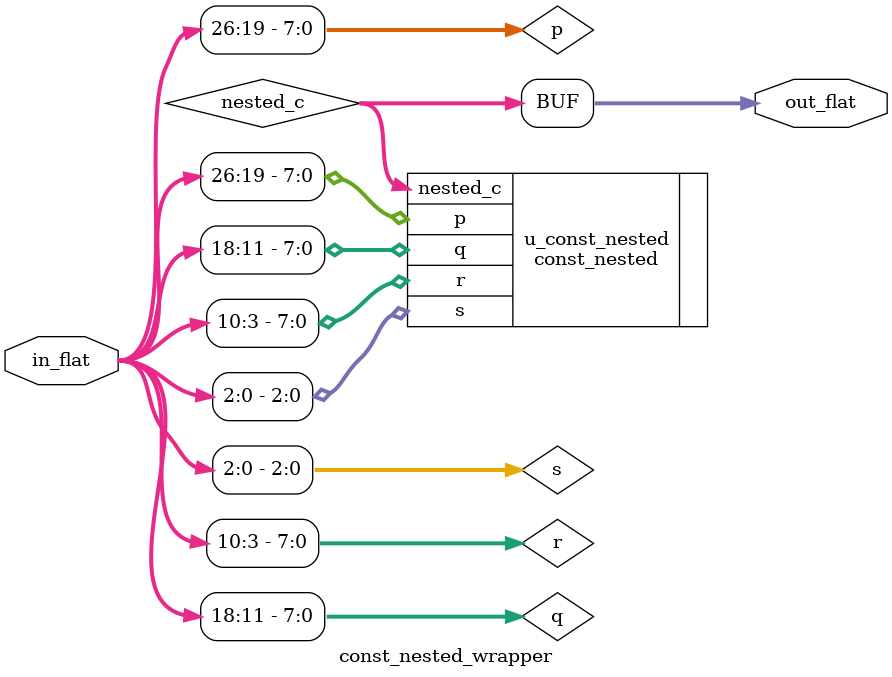
<source format=sv>
`include "const_nested.sv"

module const_nested_wrapper (
    input  wire [26:0] in_flat,
    output wire [7:0] out_flat
);

  // Slice `in_flat` into original inputs
  wire [7:0] p = in_flat[26:19];
  wire [7:0] q = in_flat[18:11];
  wire [7:0] r = in_flat[10:3];
  wire [2:0] s = in_flat[2:0];

  // Wires to capture original module outputs
  wire [7:0] nested_c;

  // Instantiate the original module
  const_nested u_const_nested (
    .p(p),
    .q(q),
    .r(r),
    .s(s),
    .nested_c(nested_c)
  );

  // Pack original outputs into `out_flat`
  assign out_flat[7:0] = nested_c;

endmodule  // const_nested_wrapper
</source>
